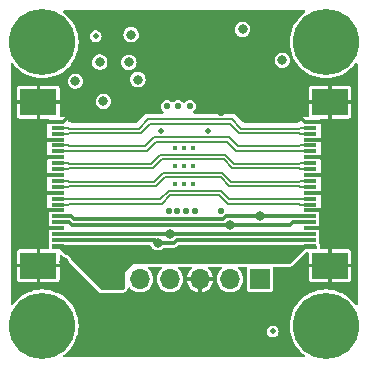
<source format=gbr>
%TF.GenerationSoftware,KiCad,Pcbnew,7.0.10*%
%TF.CreationDate,2024-03-24T13:51:37+01:00*%
%TF.ProjectId,CSI2-SPY-22-1A,43534932-2d53-4505-992d-32322d31412e,rev?*%
%TF.SameCoordinates,Original*%
%TF.FileFunction,Copper,L1,Top*%
%TF.FilePolarity,Positive*%
%FSLAX46Y46*%
G04 Gerber Fmt 4.6, Leading zero omitted, Abs format (unit mm)*
G04 Created by KiCad (PCBNEW 7.0.10) date 2024-03-24 13:51:37*
%MOMM*%
%LPD*%
G01*
G04 APERTURE LIST*
%TA.AperFunction,SMDPad,CuDef*%
%ADD10R,1.100000X0.300000*%
%TD*%
%TA.AperFunction,SMDPad,CuDef*%
%ADD11R,3.100000X2.300000*%
%TD*%
%TA.AperFunction,SMDPad,CuDef*%
%ADD12C,0.500000*%
%TD*%
%TA.AperFunction,ComponentPad*%
%ADD13R,1.700000X1.700000*%
%TD*%
%TA.AperFunction,ComponentPad*%
%ADD14O,1.700000X1.700000*%
%TD*%
%TA.AperFunction,ComponentPad*%
%ADD15C,5.600000*%
%TD*%
%TA.AperFunction,ViaPad*%
%ADD16C,0.800000*%
%TD*%
%TA.AperFunction,ViaPad*%
%ADD17C,0.450000*%
%TD*%
%TA.AperFunction,ViaPad*%
%ADD18C,0.550000*%
%TD*%
%TA.AperFunction,ViaPad*%
%ADD19C,0.500000*%
%TD*%
%TA.AperFunction,Conductor*%
%ADD20C,0.300000*%
%TD*%
%TA.AperFunction,Conductor*%
%ADD21C,0.190000*%
%TD*%
G04 APERTURE END LIST*
D10*
%TO.P,J2,1,Pin_1*%
%TO.N,GND*%
X25650000Y-9750000D03*
%TO.P,J2,2,Pin_2*%
%TO.N,/C0D0_N*%
X25650000Y-10250000D03*
%TO.P,J2,3,Pin_3*%
%TO.N,/C0D0_P*%
X25650000Y-10750000D03*
%TO.P,J2,4,Pin_4*%
%TO.N,GND*%
X25650000Y-11250000D03*
%TO.P,J2,5,Pin_5*%
%TO.N,/C0D1_N*%
X25650000Y-11750000D03*
%TO.P,J2,6,Pin_6*%
%TO.N,/C0D1_P*%
X25650000Y-12250000D03*
%TO.P,J2,7,Pin_7*%
%TO.N,GND*%
X25650000Y-12750000D03*
%TO.P,J2,8,Pin_8*%
%TO.N,/C0CK_N*%
X25650000Y-13250000D03*
%TO.P,J2,9,Pin_9*%
%TO.N,/C0CK_P*%
X25650000Y-13750000D03*
%TO.P,J2,10,Pin_10*%
%TO.N,GND*%
X25650000Y-14250000D03*
%TO.P,J2,11,Pin_11*%
%TO.N,/C0D2_N*%
X25650000Y-14750000D03*
%TO.P,J2,12,Pin_12*%
%TO.N,/C0D2_P*%
X25650000Y-15250000D03*
%TO.P,J2,13,Pin_13*%
%TO.N,GND*%
X25650000Y-15750000D03*
%TO.P,J2,14,Pin_14*%
%TO.N,/C0D3_N*%
X25650000Y-16250000D03*
%TO.P,J2,15,Pin_15*%
%TO.N,/C0D3_P*%
X25650000Y-16750000D03*
%TO.P,J2,16,Pin_16*%
%TO.N,GND*%
X25650000Y-17250000D03*
%TO.P,J2,17,Pin_17*%
%TO.N,/IO0*%
X25650000Y-17750000D03*
%TO.P,J2,18,Pin_18*%
%TO.N,/IO1*%
X25650000Y-18250000D03*
%TO.P,J2,19,Pin_19*%
%TO.N,GND*%
X25650000Y-18750000D03*
%TO.P,J2,20,Pin_20*%
%TO.N,/SCL*%
X25650000Y-19250000D03*
%TO.P,J2,21,Pin_21*%
%TO.N,/SDA*%
X25650000Y-19750000D03*
%TO.P,J2,22,Pin_22*%
%TO.N,/VDD33*%
X25650000Y-20250000D03*
D11*
%TO.P,J2,MP,MountPin*%
%TO.N,GND*%
X27350000Y-21920000D03*
X27350000Y-8080000D03*
%TD*%
D12*
%TO.P,FID1,*%
%TO.N,*%
X22500000Y-27500000D03*
%TD*%
D13*
%TO.P,J3,1,Pin_1*%
%TO.N,/IO0*%
X21425000Y-23075000D03*
D14*
%TO.P,J3,2,Pin_2*%
%TO.N,/IO1*%
X18885000Y-23075000D03*
%TO.P,J3,3,Pin_3*%
%TO.N,GND*%
X16345000Y-23075000D03*
%TO.P,J3,4,Pin_4*%
%TO.N,/SCL*%
X13805000Y-23075000D03*
%TO.P,J3,5,Pin_5*%
%TO.N,/SDA*%
X11265000Y-23075000D03*
%TO.P,J3,6,Pin_6*%
%TO.N,/VDD33*%
X8725000Y-23075000D03*
%TD*%
D15*
%TO.P,H2,1,1*%
%TO.N,unconnected-(H2-Pad1)*%
X3000000Y-27000000D03*
%TD*%
D12*
%TO.P,FID2,*%
%TO.N,*%
X7500000Y-2500000D03*
%TD*%
D15*
%TO.P,H1,1,1*%
%TO.N,unconnected-(H1-Pad1)*%
X3000000Y-3000000D03*
%TD*%
%TO.P,H3,1,1*%
%TO.N,unconnected-(H3-Pad1)*%
X27000000Y-27000000D03*
%TD*%
D10*
%TO.P,J1,1,Pin_1*%
%TO.N,GND*%
X4350000Y-9750000D03*
%TO.P,J1,2,Pin_2*%
%TO.N,/C0D0_N*%
X4350000Y-10250000D03*
%TO.P,J1,3,Pin_3*%
%TO.N,/C0D0_P*%
X4350000Y-10750000D03*
%TO.P,J1,4,Pin_4*%
%TO.N,GND*%
X4350000Y-11250000D03*
%TO.P,J1,5,Pin_5*%
%TO.N,/C0D1_N*%
X4350000Y-11750000D03*
%TO.P,J1,6,Pin_6*%
%TO.N,/C0D1_P*%
X4350000Y-12250000D03*
%TO.P,J1,7,Pin_7*%
%TO.N,GND*%
X4350000Y-12750000D03*
%TO.P,J1,8,Pin_8*%
%TO.N,/C0CK_N*%
X4350000Y-13250000D03*
%TO.P,J1,9,Pin_9*%
%TO.N,/C0CK_P*%
X4350000Y-13750000D03*
%TO.P,J1,10,Pin_10*%
%TO.N,GND*%
X4350000Y-14250000D03*
%TO.P,J1,11,Pin_11*%
%TO.N,/C0D2_N*%
X4350000Y-14750000D03*
%TO.P,J1,12,Pin_12*%
%TO.N,/C0D2_P*%
X4350000Y-15250000D03*
%TO.P,J1,13,Pin_13*%
%TO.N,GND*%
X4350000Y-15750000D03*
%TO.P,J1,14,Pin_14*%
%TO.N,/C0D3_N*%
X4350000Y-16250000D03*
%TO.P,J1,15,Pin_15*%
%TO.N,/C0D3_P*%
X4350000Y-16750000D03*
%TO.P,J1,16,Pin_16*%
%TO.N,GND*%
X4350000Y-17250000D03*
%TO.P,J1,17,Pin_17*%
%TO.N,/IO0*%
X4350000Y-17750000D03*
%TO.P,J1,18,Pin_18*%
%TO.N,/IO1*%
X4350000Y-18250000D03*
%TO.P,J1,19,Pin_19*%
%TO.N,GND*%
X4350000Y-18750000D03*
%TO.P,J1,20,Pin_20*%
%TO.N,/SCL*%
X4350000Y-19250000D03*
%TO.P,J1,21,Pin_21*%
%TO.N,/SDA*%
X4350000Y-19750000D03*
%TO.P,J1,22,Pin_22*%
%TO.N,/VDD33*%
X4350000Y-20250000D03*
D11*
%TO.P,J1,MP,MountPin*%
%TO.N,GND*%
X2650000Y-8080000D03*
X2650000Y-21920000D03*
%TD*%
D15*
%TO.P,H4,1,1*%
%TO.N,unconnected-(H4-Pad1)*%
X27000000Y-3000000D03*
%TD*%
D16*
%TO.N,GND*%
X16740000Y-950000D03*
X3000000Y-12750000D03*
X16750000Y-4350000D03*
X27000000Y-11250000D03*
D17*
X15000000Y-12000000D03*
D18*
X18100000Y-8300000D03*
D17*
X15750000Y-12000000D03*
D16*
X6930000Y-24170000D03*
D18*
X11850000Y-8775000D03*
D16*
X22125000Y-1075000D03*
X13550000Y-26130000D03*
X27000000Y-17250000D03*
X22500000Y-9250000D03*
D17*
X14250000Y-12000000D03*
D16*
X19970000Y-28810000D03*
X9070000Y-950000D03*
D17*
X15000000Y-15000000D03*
X14250000Y-13500000D03*
D16*
X12130000Y-950000D03*
X29250000Y-6000000D03*
X3000000Y-14250000D03*
X4840000Y-21650000D03*
X27000000Y-10000000D03*
X3000000Y-15750000D03*
X7060000Y-28810000D03*
D18*
X18107727Y-17332727D03*
D16*
X19970000Y-26050000D03*
D19*
X13000000Y-10550000D03*
D16*
X9500000Y-9250000D03*
X11270000Y-28810000D03*
X3000000Y-11250000D03*
D18*
X12625000Y-8650000D03*
D16*
X3000000Y-18750000D03*
X25100000Y-22800000D03*
X23650000Y-28810000D03*
X3000000Y-17250000D03*
X3000000Y-10000000D03*
X15610000Y-28810000D03*
D19*
X17000000Y-10550000D03*
D16*
X27000000Y-15750000D03*
X26950000Y-20060000D03*
X27000000Y-18750000D03*
D18*
X18100000Y-9025000D03*
D16*
X24750000Y-9250000D03*
X29250000Y-23750000D03*
D17*
X15750000Y-13500000D03*
X15000000Y-13500000D03*
D16*
X5830000Y-950000D03*
X27000000Y-14250000D03*
X750000Y-6000000D03*
X27000000Y-12750000D03*
X20500000Y-9250000D03*
D17*
X14250000Y-15000000D03*
D16*
X5250000Y-9250000D03*
D17*
X15750000Y-15000000D03*
D16*
X750000Y-23750000D03*
%TO.N,/IO0*%
X23310000Y-4540000D03*
X21425000Y-17750000D03*
%TO.N,/IO1*%
X18885000Y-18500000D03*
%TO.N,/SCL*%
X13805000Y-19250000D03*
X7850000Y-4700000D03*
%TO.N,/SDA*%
X12750000Y-20000000D03*
X5790000Y-6310000D03*
%TO.N,/VDD33*%
X23350000Y-21340000D03*
X24090000Y-21040000D03*
X19950000Y-1930000D03*
%TO.N,VCC*%
X8170000Y-8010000D03*
D18*
X15925000Y-17300000D03*
D16*
X10500000Y-2370000D03*
D18*
%TO.N,VDD*%
X13550000Y-8425000D03*
X15175000Y-17300000D03*
%TO.N,EQ{slash}SCL*%
X14425000Y-17300000D03*
D16*
X11080000Y-6170000D03*
%TO.N,ERC{slash}SDA*%
X10325000Y-4725000D03*
D18*
X13675000Y-17300000D03*
%TO.N,PRE{slash}CFG1*%
X14475000Y-8425000D03*
%TO.N,VSADJ{slash}CFG0*%
X15475000Y-8425000D03*
%TD*%
D20*
%TO.N,GND*%
X25650000Y-9750000D02*
X25250000Y-9750000D01*
X25650000Y-14250000D02*
X27000000Y-14250000D01*
X4350000Y-11250000D02*
X3000000Y-11250000D01*
X25650000Y-12750000D02*
X27000000Y-12750000D01*
X3250000Y-9750000D02*
X3000000Y-10000000D01*
X4750000Y-9750000D02*
X5250000Y-9250000D01*
X4350000Y-18750000D02*
X3000000Y-18750000D01*
X25650000Y-15750000D02*
X27000000Y-15750000D01*
X4350000Y-9750000D02*
X4750000Y-9750000D01*
X4350000Y-15750000D02*
X3000000Y-15750000D01*
X25650000Y-9750000D02*
X26750000Y-9750000D01*
X25650000Y-17250000D02*
X27000000Y-17250000D01*
X25650000Y-18750000D02*
X27000000Y-18750000D01*
X4350000Y-17250000D02*
X3000000Y-17250000D01*
X26750000Y-9750000D02*
X27000000Y-10000000D01*
X25250000Y-9750000D02*
X24750000Y-9250000D01*
X4350000Y-14250000D02*
X3000000Y-14250000D01*
X4350000Y-12750000D02*
X3000000Y-12750000D01*
X4350000Y-9750000D02*
X3250000Y-9750000D01*
X25650000Y-11250000D02*
X27000000Y-11250000D01*
D21*
%TO.N,/C0D0_N*%
X19073260Y-9550000D02*
X19838260Y-10315000D01*
X11950000Y-9550000D02*
X19073260Y-9550000D01*
X11185000Y-10315000D02*
X11950000Y-9550000D01*
X19838260Y-10315000D02*
X24759999Y-10315000D01*
X4350000Y-10250000D02*
X5175001Y-10250000D01*
X5240001Y-10315000D02*
X11185000Y-10315000D01*
X24759999Y-10315000D02*
X24824999Y-10250000D01*
X5175001Y-10250000D02*
X5240001Y-10315000D01*
X24824999Y-10250000D02*
X25650000Y-10250000D01*
%TO.N,/C0D0_P*%
X5240001Y-10685000D02*
X11338260Y-10685000D01*
X18920000Y-9920000D02*
X19685001Y-10685000D01*
X12103260Y-9920000D02*
X18920000Y-9920000D01*
X24824999Y-10750000D02*
X25650000Y-10750000D01*
X5175001Y-10750000D02*
X5240001Y-10685000D01*
X19685001Y-10685000D02*
X24759999Y-10685000D01*
X24759999Y-10685000D02*
X24824999Y-10750000D01*
X4350000Y-10750000D02*
X5175001Y-10750000D01*
X11338260Y-10685000D02*
X12103260Y-9920000D01*
%TO.N,/C0D1_N*%
X19563260Y-11815000D02*
X18813259Y-11065000D01*
X11685000Y-11815000D02*
X5240001Y-11815000D01*
X12435000Y-11065000D02*
X11685000Y-11815000D01*
X24759999Y-11815000D02*
X19563260Y-11815000D01*
X5175001Y-11750000D02*
X4350000Y-11750000D01*
X24824999Y-11750000D02*
X24759999Y-11815000D01*
X5240001Y-11815000D02*
X5175001Y-11750000D01*
X25650000Y-11750000D02*
X24824999Y-11750000D01*
X18813259Y-11065000D02*
X12435000Y-11065000D01*
%TO.N,/C0D1_P*%
X24759999Y-12185000D02*
X19410000Y-12185000D01*
X11838259Y-12185000D02*
X5240001Y-12185000D01*
X5240001Y-12185000D02*
X5175001Y-12250000D01*
X19410000Y-12185000D02*
X18660000Y-11435000D01*
X25650000Y-12250000D02*
X24824999Y-12250000D01*
X18660000Y-11435000D02*
X12588260Y-11435000D01*
X5175001Y-12250000D02*
X4350000Y-12250000D01*
X24824999Y-12250000D02*
X24759999Y-12185000D01*
X12588260Y-11435000D02*
X11838259Y-12185000D01*
%TO.N,/C0CK_N*%
X25650000Y-13250000D02*
X24824999Y-13250000D01*
X24759999Y-13315000D02*
X19238260Y-13315000D01*
X5240001Y-13315000D02*
X5175001Y-13250000D01*
X12935000Y-12565000D02*
X12185000Y-13315000D01*
X18488260Y-12565000D02*
X12935000Y-12565000D01*
X5175001Y-13250000D02*
X4350000Y-13250000D01*
X12185000Y-13315000D02*
X5240001Y-13315000D01*
X19238260Y-13315000D02*
X18488260Y-12565000D01*
X24824999Y-13250000D02*
X24759999Y-13315000D01*
%TO.N,/C0CK_P*%
X12338259Y-13685000D02*
X5240001Y-13685000D01*
X25650000Y-13750000D02*
X24824999Y-13750000D01*
X5240001Y-13685000D02*
X5175001Y-13750000D01*
X5175001Y-13750000D02*
X4350000Y-13750000D01*
X24759999Y-13685000D02*
X19085000Y-13685000D01*
X18335000Y-12935000D02*
X13088260Y-12935000D01*
X19085000Y-13685000D02*
X18335000Y-12935000D01*
X13088260Y-12935000D02*
X12338259Y-13685000D01*
X24824999Y-13750000D02*
X24759999Y-13685000D01*
%TO.N,/C0D2_N*%
X13185000Y-14065000D02*
X12435000Y-14815000D01*
X5240001Y-14815000D02*
X5175001Y-14750000D01*
X18236222Y-14065000D02*
X13185000Y-14065000D01*
X12435000Y-14815000D02*
X5240001Y-14815000D01*
X5175001Y-14750000D02*
X4350000Y-14750000D01*
X24759999Y-14815000D02*
X18986222Y-14815000D01*
X25650000Y-14750000D02*
X24824999Y-14750000D01*
X18986222Y-14815000D02*
X18236222Y-14065000D01*
X24824999Y-14750000D02*
X24759999Y-14815000D01*
%TO.N,/C0D2_P*%
X24759999Y-15185000D02*
X18832962Y-15185000D01*
X12588259Y-15185000D02*
X5240001Y-15185000D01*
X5175001Y-15250000D02*
X4350000Y-15250000D01*
X25650000Y-15250000D02*
X24824999Y-15250000D01*
X13338260Y-14435000D02*
X12588259Y-15185000D01*
X5240001Y-15185000D02*
X5175001Y-15250000D01*
X18082962Y-14435000D02*
X13338260Y-14435000D01*
X18832962Y-15185000D02*
X18082962Y-14435000D01*
X24824999Y-15250000D02*
X24759999Y-15185000D01*
%TO.N,/C0D3_N*%
X24824999Y-16250000D02*
X24759999Y-16315000D01*
X13685000Y-15565000D02*
X12935000Y-16315000D01*
X5240001Y-16315000D02*
X5175001Y-16250000D01*
X18826630Y-16315000D02*
X18076630Y-15565000D01*
X5175001Y-16250000D02*
X4350000Y-16250000D01*
X25650000Y-16250000D02*
X24824999Y-16250000D01*
X18076630Y-15565000D02*
X13685000Y-15565000D01*
X12935000Y-16315000D02*
X5240001Y-16315000D01*
X24759999Y-16315000D02*
X18826630Y-16315000D01*
%TO.N,/C0D3_P*%
X17923370Y-15935000D02*
X13838260Y-15935000D01*
X5240001Y-16685000D02*
X5175001Y-16750000D01*
X24824999Y-16750000D02*
X24759999Y-16685000D01*
X13088259Y-16685000D02*
X5240001Y-16685000D01*
X18673370Y-16685000D02*
X17923370Y-15935000D01*
X13838260Y-15935000D02*
X13088259Y-16685000D01*
X25650000Y-16750000D02*
X24824999Y-16750000D01*
X5175001Y-16750000D02*
X4350000Y-16750000D01*
X24759999Y-16685000D02*
X18673370Y-16685000D01*
D20*
%TO.N,/IO0*%
X5457106Y-17750000D02*
X5707106Y-18000000D01*
X4350000Y-17750000D02*
X5457106Y-17750000D01*
X5707106Y-18000000D02*
X18324339Y-18000000D01*
X18574339Y-17750000D02*
X25650000Y-17750000D01*
X18324339Y-18000000D02*
X18574339Y-17750000D01*
%TO.N,/IO1*%
X18885000Y-18500000D02*
X24000000Y-18500000D01*
X24250000Y-18250000D02*
X25650000Y-18250000D01*
X5500000Y-18500000D02*
X18885000Y-18500000D01*
X24000000Y-18500000D02*
X24250000Y-18250000D01*
X4350000Y-18250000D02*
X5250000Y-18250000D01*
X5250000Y-18250000D02*
X5500000Y-18500000D01*
%TO.N,/SCL*%
X4350000Y-19250000D02*
X13750000Y-19250000D01*
X13750000Y-19250000D02*
X25650000Y-19250000D01*
%TO.N,/SDA*%
X12750000Y-20000000D02*
X14115661Y-20000000D01*
X14115661Y-20000000D02*
X14365661Y-19750000D01*
X14365661Y-19750000D02*
X25650000Y-19750000D01*
X12500000Y-19750000D02*
X12750000Y-20000000D01*
X4350000Y-19750000D02*
X12500000Y-19750000D01*
%TO.N,/VDD33*%
X24700000Y-20750000D02*
X25200000Y-20250000D01*
X24170000Y-20860000D02*
X24280000Y-20750000D01*
X5250000Y-20750000D02*
X24060000Y-20750000D01*
X25200000Y-20250000D02*
X25650000Y-20250000D01*
X24060000Y-20750000D02*
X24170000Y-20860000D01*
X4750000Y-20250000D02*
X5250000Y-20750000D01*
X4350000Y-20250000D02*
X4750000Y-20250000D01*
X24280000Y-20750000D02*
X24700000Y-20750000D01*
%TD*%
%TA.AperFunction,Conductor*%
%TO.N,GND*%
G36*
X25211023Y-320185D02*
G01*
X25256778Y-372989D01*
X25266722Y-442147D01*
X25237697Y-505703D01*
X25215739Y-525630D01*
X25095040Y-611269D01*
X24839573Y-839570D01*
X24839570Y-839573D01*
X24611269Y-1095040D01*
X24412998Y-1374478D01*
X24247263Y-1674353D01*
X24116146Y-1990899D01*
X24021297Y-2320124D01*
X24021295Y-2320133D01*
X23963905Y-2657906D01*
X23963903Y-2657918D01*
X23944693Y-3000000D01*
X23963903Y-3342081D01*
X23963904Y-3342086D01*
X24021296Y-3679870D01*
X24116147Y-4009104D01*
X24209914Y-4235477D01*
X24247263Y-4325646D01*
X24412998Y-4625521D01*
X24611269Y-4904959D01*
X24839570Y-5160426D01*
X24839573Y-5160429D01*
X25095040Y-5388730D01*
X25095046Y-5388734D01*
X25095047Y-5388735D01*
X25374479Y-5587002D01*
X25674352Y-5752736D01*
X25990896Y-5883853D01*
X26320130Y-5978704D01*
X26657914Y-6036096D01*
X27000000Y-6055307D01*
X27342086Y-6036096D01*
X27679870Y-5978704D01*
X28009104Y-5883853D01*
X28325648Y-5752736D01*
X28625521Y-5587002D01*
X28904953Y-5388735D01*
X29160428Y-5160428D01*
X29388735Y-4904953D01*
X29474370Y-4784260D01*
X29529218Y-4740977D01*
X29598760Y-4734217D01*
X29660917Y-4766128D01*
X29695955Y-4826577D01*
X29699500Y-4856016D01*
X29699500Y-25143983D01*
X29679815Y-25211022D01*
X29627011Y-25256777D01*
X29557853Y-25266721D01*
X29494297Y-25237696D01*
X29474371Y-25215739D01*
X29388731Y-25095042D01*
X29160429Y-24839573D01*
X29160426Y-24839570D01*
X28904959Y-24611269D01*
X28625521Y-24412998D01*
X28325646Y-24247263D01*
X28260087Y-24220108D01*
X28009104Y-24116147D01*
X27924479Y-24091766D01*
X27679875Y-24021297D01*
X27679866Y-24021295D01*
X27342093Y-23963905D01*
X27342081Y-23963903D01*
X27000000Y-23944693D01*
X26657918Y-23963903D01*
X26657906Y-23963905D01*
X26320133Y-24021295D01*
X26320124Y-24021297D01*
X25990899Y-24116146D01*
X25990896Y-24116147D01*
X25898184Y-24154549D01*
X25674353Y-24247263D01*
X25374478Y-24412998D01*
X25095040Y-24611269D01*
X24839573Y-24839570D01*
X24839570Y-24839573D01*
X24611269Y-25095040D01*
X24412998Y-25374478D01*
X24247263Y-25674353D01*
X24116146Y-25990899D01*
X24021297Y-26320124D01*
X24021295Y-26320133D01*
X23963905Y-26657906D01*
X23963903Y-26657918D01*
X23944693Y-27000000D01*
X23963903Y-27342081D01*
X23963905Y-27342093D01*
X23993626Y-27517020D01*
X24021296Y-27679870D01*
X24116147Y-28009104D01*
X24188764Y-28184416D01*
X24247263Y-28325646D01*
X24412998Y-28625521D01*
X24611269Y-28904959D01*
X24839570Y-29160426D01*
X24839573Y-29160429D01*
X25095040Y-29388730D01*
X25215739Y-29474370D01*
X25259023Y-29529218D01*
X25265783Y-29598760D01*
X25233872Y-29660917D01*
X25173423Y-29695955D01*
X25143984Y-29699500D01*
X4856016Y-29699500D01*
X4788977Y-29679815D01*
X4743222Y-29627011D01*
X4733278Y-29557853D01*
X4762303Y-29494297D01*
X4784261Y-29474370D01*
X4904953Y-29388735D01*
X4962836Y-29337008D01*
X4985414Y-29316829D01*
X5160428Y-29160428D01*
X5388735Y-28904953D01*
X5587002Y-28625521D01*
X5752736Y-28325648D01*
X5883853Y-28009104D01*
X5978704Y-27679870D01*
X6009265Y-27500000D01*
X21994353Y-27500000D01*
X22014834Y-27642456D01*
X22031919Y-27679866D01*
X22074623Y-27773373D01*
X22168872Y-27882143D01*
X22289947Y-27959953D01*
X22289950Y-27959954D01*
X22289949Y-27959954D01*
X22428036Y-28000499D01*
X22428038Y-28000500D01*
X22428039Y-28000500D01*
X22571962Y-28000500D01*
X22571962Y-28000499D01*
X22710053Y-27959953D01*
X22831128Y-27882143D01*
X22925377Y-27773373D01*
X22985165Y-27642457D01*
X23005647Y-27500000D01*
X22985165Y-27357543D01*
X22925377Y-27226627D01*
X22831128Y-27117857D01*
X22710053Y-27040047D01*
X22710051Y-27040046D01*
X22710049Y-27040045D01*
X22710050Y-27040045D01*
X22571963Y-26999500D01*
X22571961Y-26999500D01*
X22428039Y-26999500D01*
X22428036Y-26999500D01*
X22289949Y-27040045D01*
X22168873Y-27117856D01*
X22074623Y-27226626D01*
X22074622Y-27226628D01*
X22014834Y-27357543D01*
X21994353Y-27500000D01*
X6009265Y-27500000D01*
X6036096Y-27342086D01*
X6055307Y-27000000D01*
X6036096Y-26657914D01*
X5978704Y-26320130D01*
X5883853Y-25990896D01*
X5752736Y-25674352D01*
X5587002Y-25374479D01*
X5388735Y-25095047D01*
X5388731Y-25095042D01*
X5388730Y-25095040D01*
X5160429Y-24839573D01*
X5160426Y-24839570D01*
X4904959Y-24611269D01*
X4625521Y-24412998D01*
X4325646Y-24247263D01*
X4260087Y-24220108D01*
X4009104Y-24116147D01*
X3924479Y-24091766D01*
X3679875Y-24021297D01*
X3679866Y-24021295D01*
X3342093Y-23963905D01*
X3342081Y-23963903D01*
X3000000Y-23944693D01*
X2657918Y-23963903D01*
X2657906Y-23963905D01*
X2320133Y-24021295D01*
X2320124Y-24021297D01*
X1990899Y-24116146D01*
X1990896Y-24116147D01*
X1898184Y-24154549D01*
X1674353Y-24247263D01*
X1374478Y-24412998D01*
X1095040Y-24611269D01*
X839573Y-24839570D01*
X839570Y-24839573D01*
X611268Y-25095042D01*
X525629Y-25215739D01*
X470781Y-25259022D01*
X401240Y-25265782D01*
X339083Y-25233871D01*
X304045Y-25173422D01*
X300500Y-25143983D01*
X300500Y-22070000D01*
X850000Y-22070000D01*
X850000Y-23094628D01*
X864503Y-23167540D01*
X864505Y-23167544D01*
X919760Y-23250239D01*
X1002455Y-23305494D01*
X1002459Y-23305496D01*
X1075371Y-23319999D01*
X1075374Y-23320000D01*
X2500000Y-23320000D01*
X2500000Y-22070000D01*
X2800000Y-22070000D01*
X2800000Y-23320000D01*
X4224626Y-23320000D01*
X4224628Y-23319999D01*
X4297540Y-23305496D01*
X4297544Y-23305494D01*
X4380239Y-23250239D01*
X4435494Y-23167544D01*
X4435496Y-23167540D01*
X4449999Y-23094628D01*
X4450000Y-23094626D01*
X4450000Y-22070000D01*
X2800000Y-22070000D01*
X2500000Y-22070000D01*
X850000Y-22070000D01*
X300500Y-22070000D01*
X300500Y-21770000D01*
X850000Y-21770000D01*
X2500000Y-21770000D01*
X2800000Y-21770000D01*
X4450000Y-21770000D01*
X4450000Y-21110694D01*
X4469685Y-21043655D01*
X4522489Y-20997900D01*
X4591647Y-20987956D01*
X4655203Y-21016981D01*
X4661681Y-21023013D01*
X4820725Y-21182057D01*
X4875874Y-21223935D01*
X4933878Y-21256650D01*
X4954916Y-21264994D01*
X4966802Y-21270452D01*
X5052701Y-21315536D01*
X5077296Y-21332512D01*
X5126565Y-21376159D01*
X5146385Y-21398532D01*
X5183770Y-21452693D01*
X5197662Y-21479161D01*
X5217551Y-21531605D01*
X5241884Y-21579719D01*
X5270147Y-21623432D01*
X5300088Y-21660482D01*
X5304040Y-21665372D01*
X7783015Y-24144347D01*
X7803365Y-24162626D01*
X7803371Y-24162631D01*
X7803379Y-24162638D01*
X7824000Y-24179255D01*
X7824002Y-24179256D01*
X7824007Y-24179260D01*
X7912338Y-24225465D01*
X7979377Y-24245150D01*
X7979381Y-24245150D01*
X7979383Y-24245151D01*
X7991014Y-24246823D01*
X8051362Y-24255500D01*
X8051363Y-24255500D01*
X9698639Y-24255500D01*
X9700075Y-24255422D01*
X9725952Y-24254036D01*
X9752310Y-24251202D01*
X9847444Y-24221413D01*
X9908767Y-24187928D01*
X9966985Y-24144347D01*
X10144347Y-23966985D01*
X10162626Y-23946635D01*
X10179260Y-23925993D01*
X10225465Y-23837662D01*
X10225468Y-23837649D01*
X10225854Y-23836697D01*
X10226193Y-23836267D01*
X10228288Y-23832264D01*
X10229047Y-23832661D01*
X10269206Y-23781903D01*
X10335299Y-23759245D01*
X10403151Y-23775916D01*
X10439791Y-23808396D01*
X10448236Y-23819579D01*
X10448236Y-23819580D01*
X10598958Y-23956980D01*
X10598960Y-23956982D01*
X10698141Y-24018392D01*
X10772363Y-24064348D01*
X10962544Y-24138024D01*
X11163024Y-24175500D01*
X11163026Y-24175500D01*
X11366974Y-24175500D01*
X11366976Y-24175500D01*
X11567456Y-24138024D01*
X11757637Y-24064348D01*
X11931041Y-23956981D01*
X12081764Y-23819579D01*
X12204673Y-23656821D01*
X12295582Y-23474250D01*
X12351397Y-23278083D01*
X12370215Y-23075000D01*
X12351397Y-22871917D01*
X12295582Y-22675750D01*
X12204673Y-22493179D01*
X12081764Y-22330421D01*
X11961884Y-22221136D01*
X11925603Y-22161426D01*
X11927364Y-22091579D01*
X11966607Y-22033771D01*
X12030874Y-22006356D01*
X12045423Y-22005500D01*
X13024577Y-22005500D01*
X13091616Y-22025185D01*
X13137371Y-22077989D01*
X13147315Y-22147147D01*
X13118290Y-22210703D01*
X13108115Y-22221137D01*
X12988237Y-22330419D01*
X12865327Y-22493178D01*
X12774422Y-22675739D01*
X12774417Y-22675752D01*
X12718602Y-22871917D01*
X12699785Y-23074999D01*
X12699785Y-23075000D01*
X12718602Y-23278082D01*
X12774417Y-23474247D01*
X12774422Y-23474260D01*
X12865327Y-23656821D01*
X12988237Y-23819581D01*
X13138958Y-23956980D01*
X13138960Y-23956982D01*
X13238141Y-24018392D01*
X13312363Y-24064348D01*
X13502544Y-24138024D01*
X13703024Y-24175500D01*
X13703026Y-24175500D01*
X13906974Y-24175500D01*
X13906976Y-24175500D01*
X14107456Y-24138024D01*
X14297637Y-24064348D01*
X14471041Y-23956981D01*
X14621764Y-23819579D01*
X14744673Y-23656821D01*
X14835582Y-23474250D01*
X14891397Y-23278083D01*
X14910215Y-23075000D01*
X14891397Y-22871917D01*
X14835582Y-22675750D01*
X14744673Y-22493179D01*
X14621764Y-22330421D01*
X14501884Y-22221136D01*
X14465603Y-22161426D01*
X14467364Y-22091579D01*
X14506607Y-22033771D01*
X14570874Y-22006356D01*
X14585423Y-22005500D01*
X15565319Y-22005500D01*
X15632358Y-22025185D01*
X15678113Y-22077989D01*
X15688057Y-22147147D01*
X15659032Y-22210703D01*
X15648857Y-22221137D01*
X15528608Y-22330757D01*
X15405754Y-22493443D01*
X15314886Y-22675930D01*
X15314883Y-22675936D01*
X15259097Y-22872008D01*
X15254186Y-22924999D01*
X15254187Y-22925000D01*
X15867935Y-22925000D01*
X15845000Y-23003111D01*
X15845000Y-23146889D01*
X15867935Y-23225000D01*
X15254187Y-23225000D01*
X15259097Y-23277991D01*
X15314883Y-23474063D01*
X15314886Y-23474069D01*
X15405754Y-23656556D01*
X15528608Y-23819242D01*
X15679260Y-23956578D01*
X15852584Y-24063897D01*
X16042678Y-24137539D01*
X16195000Y-24166013D01*
X16195000Y-23556170D01*
X16202685Y-23559680D01*
X16309237Y-23575000D01*
X16380763Y-23575000D01*
X16487315Y-23559680D01*
X16495000Y-23556170D01*
X16495000Y-24166013D01*
X16647321Y-24137539D01*
X16837415Y-24063897D01*
X17010739Y-23956578D01*
X17161391Y-23819242D01*
X17284245Y-23656556D01*
X17375113Y-23474069D01*
X17375116Y-23474063D01*
X17430902Y-23277991D01*
X17435813Y-23225000D01*
X16822065Y-23225000D01*
X16845000Y-23146889D01*
X16845000Y-23003111D01*
X16822065Y-22925000D01*
X17435813Y-22925000D01*
X17435813Y-22924999D01*
X17430902Y-22872008D01*
X17375116Y-22675936D01*
X17375113Y-22675930D01*
X17284245Y-22493443D01*
X17161391Y-22330757D01*
X17041143Y-22221137D01*
X17004861Y-22161426D01*
X17006622Y-22091578D01*
X17045865Y-22033771D01*
X17110132Y-22006356D01*
X17124681Y-22005500D01*
X18104577Y-22005500D01*
X18171616Y-22025185D01*
X18217371Y-22077989D01*
X18227315Y-22147147D01*
X18198290Y-22210703D01*
X18188115Y-22221137D01*
X18068237Y-22330419D01*
X17945327Y-22493178D01*
X17854422Y-22675739D01*
X17854417Y-22675752D01*
X17798602Y-22871917D01*
X17779785Y-23074999D01*
X17779785Y-23075000D01*
X17798602Y-23278082D01*
X17854417Y-23474247D01*
X17854422Y-23474260D01*
X17945327Y-23656821D01*
X18068237Y-23819581D01*
X18218958Y-23956980D01*
X18218960Y-23956982D01*
X18318141Y-24018392D01*
X18392363Y-24064348D01*
X18582544Y-24138024D01*
X18783024Y-24175500D01*
X18783026Y-24175500D01*
X18986974Y-24175500D01*
X18986976Y-24175500D01*
X19187456Y-24138024D01*
X19377637Y-24064348D01*
X19551041Y-23956981D01*
X19701764Y-23819579D01*
X19824673Y-23656821D01*
X19915582Y-23474250D01*
X19971397Y-23278083D01*
X19990215Y-23075000D01*
X19971397Y-22871917D01*
X19915582Y-22675750D01*
X19824673Y-22493179D01*
X19701764Y-22330421D01*
X19581884Y-22221136D01*
X19545603Y-22161426D01*
X19547364Y-22091579D01*
X19586607Y-22033771D01*
X19650874Y-22006356D01*
X19665423Y-22005500D01*
X20212159Y-22005500D01*
X20279198Y-22025185D01*
X20324953Y-22077989D01*
X20334897Y-22147147D01*
X20333776Y-22153692D01*
X20324500Y-22200323D01*
X20324500Y-23949678D01*
X20339032Y-24022735D01*
X20339033Y-24022739D01*
X20339034Y-24022740D01*
X20394399Y-24105601D01*
X20477260Y-24160966D01*
X20477264Y-24160967D01*
X20550321Y-24175499D01*
X20550324Y-24175500D01*
X20550326Y-24175500D01*
X22299676Y-24175500D01*
X22299677Y-24175499D01*
X22372740Y-24160966D01*
X22455601Y-24105601D01*
X22510966Y-24022740D01*
X22525500Y-23949674D01*
X22525500Y-22200326D01*
X22525500Y-22200323D01*
X22516224Y-22153692D01*
X22522451Y-22084101D01*
X22533405Y-22070000D01*
X25550000Y-22070000D01*
X25550000Y-23094628D01*
X25564503Y-23167540D01*
X25564505Y-23167544D01*
X25619760Y-23250239D01*
X25702455Y-23305494D01*
X25702459Y-23305496D01*
X25775371Y-23319999D01*
X25775374Y-23320000D01*
X27200000Y-23320000D01*
X27200000Y-22070000D01*
X27500000Y-22070000D01*
X27500000Y-23320000D01*
X28924626Y-23320000D01*
X28924628Y-23319999D01*
X28997540Y-23305496D01*
X28997544Y-23305494D01*
X29080239Y-23250239D01*
X29135494Y-23167544D01*
X29135496Y-23167540D01*
X29149999Y-23094628D01*
X29150000Y-23094626D01*
X29150000Y-22070000D01*
X27500000Y-22070000D01*
X27200000Y-22070000D01*
X25550000Y-22070000D01*
X22533405Y-22070000D01*
X22565313Y-22028923D01*
X22631203Y-22005678D01*
X22637841Y-22005500D01*
X23948639Y-22005500D01*
X23950075Y-22005422D01*
X23975952Y-22004036D01*
X24002310Y-22001202D01*
X24097444Y-21971413D01*
X24158767Y-21937928D01*
X24216985Y-21894347D01*
X25319512Y-20791818D01*
X25380835Y-20758334D01*
X25407193Y-20755500D01*
X25426000Y-20755500D01*
X25493039Y-20775185D01*
X25538794Y-20827989D01*
X25550000Y-20879500D01*
X25550000Y-21770000D01*
X27200000Y-21770000D01*
X27200000Y-20520000D01*
X27500000Y-20520000D01*
X27500000Y-21770000D01*
X29150000Y-21770000D01*
X29150000Y-20745373D01*
X29149999Y-20745371D01*
X29135496Y-20672459D01*
X29135494Y-20672455D01*
X29080239Y-20589760D01*
X28997544Y-20534505D01*
X28997540Y-20534503D01*
X28924627Y-20520000D01*
X27500000Y-20520000D01*
X27200000Y-20520000D01*
X26627900Y-20520000D01*
X26560861Y-20500315D01*
X26515106Y-20447511D01*
X26505459Y-20380435D01*
X26505184Y-20380416D01*
X26505274Y-20379151D01*
X26505161Y-20378362D01*
X26505499Y-20376007D01*
X26505500Y-20375998D01*
X26505500Y-20274500D01*
X26499661Y-20220187D01*
X26488455Y-20168676D01*
X26481219Y-20142302D01*
X26464426Y-20112812D01*
X26450563Y-20075645D01*
X26450500Y-20075326D01*
X26440328Y-20024188D01*
X26440328Y-19975810D01*
X26450500Y-19924674D01*
X26450500Y-19575326D01*
X26440328Y-19524188D01*
X26440328Y-19475810D01*
X26450500Y-19424674D01*
X26450500Y-19075326D01*
X26440073Y-19022906D01*
X26440073Y-18974524D01*
X26450000Y-18924623D01*
X26450000Y-18900000D01*
X26389183Y-18900000D01*
X26322144Y-18880315D01*
X26320294Y-18879103D01*
X26287586Y-18857249D01*
X26288409Y-18856016D01*
X26244610Y-18820722D01*
X26222544Y-18754429D01*
X26239822Y-18686729D01*
X26290958Y-18639117D01*
X26297486Y-18636135D01*
X26297738Y-18635966D01*
X26297740Y-18635966D01*
X26307952Y-18629142D01*
X26320294Y-18620897D01*
X26386972Y-18600020D01*
X26389183Y-18600000D01*
X26450000Y-18600000D01*
X26450000Y-18575376D01*
X26440073Y-18525475D01*
X26440073Y-18477091D01*
X26450500Y-18424674D01*
X26450500Y-18075326D01*
X26440328Y-18024188D01*
X26440328Y-17975810D01*
X26450500Y-17924674D01*
X26450500Y-17575326D01*
X26440073Y-17522906D01*
X26440073Y-17474524D01*
X26450000Y-17424623D01*
X26450000Y-17400000D01*
X26445877Y-17395877D01*
X26412392Y-17334554D01*
X26417376Y-17264862D01*
X26445875Y-17220516D01*
X26528050Y-17138342D01*
X26585646Y-17025304D01*
X26585646Y-17025302D01*
X26585647Y-17025301D01*
X26600499Y-16931524D01*
X26600500Y-16931519D01*
X26600499Y-16568482D01*
X26592725Y-16519396D01*
X26592725Y-16480605D01*
X26600500Y-16431519D01*
X26600499Y-16068482D01*
X26585646Y-15974696D01*
X26528050Y-15861658D01*
X26504072Y-15837680D01*
X26470588Y-15776360D01*
X26475572Y-15706668D01*
X26504072Y-15662319D01*
X26528050Y-15638342D01*
X26585646Y-15525304D01*
X26585646Y-15525302D01*
X26585647Y-15525301D01*
X26600499Y-15431524D01*
X26600500Y-15431519D01*
X26600499Y-15068482D01*
X26592725Y-15019396D01*
X26592725Y-14980605D01*
X26600500Y-14931519D01*
X26600499Y-14568482D01*
X26585646Y-14474696D01*
X26528050Y-14361658D01*
X26504072Y-14337680D01*
X26470588Y-14276360D01*
X26475572Y-14206668D01*
X26504072Y-14162319D01*
X26528050Y-14138342D01*
X26585646Y-14025304D01*
X26585646Y-14025302D01*
X26585647Y-14025301D01*
X26600499Y-13931524D01*
X26600500Y-13931519D01*
X26600499Y-13568482D01*
X26592725Y-13519396D01*
X26592725Y-13480605D01*
X26600500Y-13431519D01*
X26600499Y-13068482D01*
X26585646Y-12974696D01*
X26528050Y-12861658D01*
X26504072Y-12837680D01*
X26470588Y-12776360D01*
X26475572Y-12706668D01*
X26504072Y-12662319D01*
X26528050Y-12638342D01*
X26585646Y-12525304D01*
X26585646Y-12525302D01*
X26585647Y-12525301D01*
X26600499Y-12431524D01*
X26600500Y-12431519D01*
X26600499Y-12068482D01*
X26592725Y-12019396D01*
X26592725Y-11980605D01*
X26600500Y-11931519D01*
X26600499Y-11568482D01*
X26585646Y-11474696D01*
X26528050Y-11361658D01*
X26504072Y-11337680D01*
X26470588Y-11276360D01*
X26475572Y-11206668D01*
X26504072Y-11162319D01*
X26528050Y-11138342D01*
X26585646Y-11025304D01*
X26585646Y-11025302D01*
X26585647Y-11025301D01*
X26600499Y-10931524D01*
X26600500Y-10931519D01*
X26600499Y-10568482D01*
X26592725Y-10519396D01*
X26592725Y-10480605D01*
X26600500Y-10431519D01*
X26600499Y-10068482D01*
X26585646Y-9974696D01*
X26528050Y-9861658D01*
X26528046Y-9861654D01*
X26528045Y-9861652D01*
X26445877Y-9779484D01*
X26412392Y-9718161D01*
X26417376Y-9648469D01*
X26445878Y-9604121D01*
X26451663Y-9598335D01*
X26469685Y-9536961D01*
X26522489Y-9491206D01*
X26574000Y-9480000D01*
X27200000Y-9480000D01*
X27200000Y-8230000D01*
X27500000Y-8230000D01*
X27500000Y-9480000D01*
X28924626Y-9480000D01*
X28924628Y-9479999D01*
X28997540Y-9465496D01*
X28997544Y-9465494D01*
X29080239Y-9410239D01*
X29135494Y-9327544D01*
X29135496Y-9327540D01*
X29149999Y-9254628D01*
X29150000Y-9254626D01*
X29150000Y-8230000D01*
X27500000Y-8230000D01*
X27200000Y-8230000D01*
X25550000Y-8230000D01*
X25550000Y-9226000D01*
X25530315Y-9293039D01*
X25477511Y-9338794D01*
X25426000Y-9350000D01*
X25075373Y-9350000D01*
X25002459Y-9364503D01*
X25002455Y-9364505D01*
X24919760Y-9419760D01*
X24864505Y-9502455D01*
X24864503Y-9502459D01*
X24850000Y-9575371D01*
X24850000Y-9635998D01*
X24830315Y-9703037D01*
X24777511Y-9748792D01*
X24734850Y-9759682D01*
X24718587Y-9760845D01*
X24714228Y-9762471D01*
X24688566Y-9769020D01*
X24683968Y-9769681D01*
X24683967Y-9769681D01*
X24639276Y-9790090D01*
X24631103Y-9793475D01*
X24582293Y-9811681D01*
X24538958Y-9819500D01*
X20094865Y-9819500D01*
X20027826Y-9799815D01*
X20007184Y-9783181D01*
X19470727Y-9246725D01*
X19454092Y-9226082D01*
X19451586Y-9222182D01*
X19451584Y-9222181D01*
X19451584Y-9222180D01*
X19414458Y-9190010D01*
X19407981Y-9183979D01*
X19398579Y-9174577D01*
X19398574Y-9174572D01*
X19398569Y-9174568D01*
X19398563Y-9174563D01*
X19387915Y-9166593D01*
X19381035Y-9161049D01*
X19343902Y-9128873D01*
X19343901Y-9128872D01*
X19343896Y-9128869D01*
X19339674Y-9126941D01*
X19316885Y-9113419D01*
X19313171Y-9110639D01*
X19313168Y-9110637D01*
X19267132Y-9093467D01*
X19258964Y-9090083D01*
X19214294Y-9069683D01*
X19214292Y-9069682D01*
X19214291Y-9069682D01*
X19209700Y-9069022D01*
X19184022Y-9062468D01*
X19179669Y-9060845D01*
X19169723Y-9060133D01*
X19130672Y-9057340D01*
X19121882Y-9056395D01*
X19108699Y-9054500D01*
X19108696Y-9054500D01*
X19095375Y-9054500D01*
X19086529Y-9054184D01*
X19037552Y-9050681D01*
X19037551Y-9050681D01*
X19037550Y-9050681D01*
X19037548Y-9050681D01*
X19033011Y-9051667D01*
X19006662Y-9054500D01*
X15883141Y-9054500D01*
X15816102Y-9034815D01*
X15770347Y-8982011D01*
X15760403Y-8912853D01*
X15789428Y-8849297D01*
X15807654Y-8832125D01*
X15849788Y-8799793D01*
X15849787Y-8799793D01*
X15849791Y-8799791D01*
X15934024Y-8690018D01*
X15986974Y-8562183D01*
X16005035Y-8425000D01*
X15986974Y-8287817D01*
X15934024Y-8159983D01*
X15849791Y-8050209D01*
X15849789Y-8050208D01*
X15849789Y-8050207D01*
X15740015Y-7965974D01*
X15653164Y-7930000D01*
X25550000Y-7930000D01*
X27200000Y-7930000D01*
X27200000Y-6680000D01*
X27500000Y-6680000D01*
X27500000Y-7930000D01*
X29150000Y-7930000D01*
X29150000Y-6905373D01*
X29149999Y-6905371D01*
X29135496Y-6832459D01*
X29135494Y-6832455D01*
X29080239Y-6749760D01*
X28997544Y-6694505D01*
X28997540Y-6694503D01*
X28924627Y-6680000D01*
X27500000Y-6680000D01*
X27200000Y-6680000D01*
X25775373Y-6680000D01*
X25702459Y-6694503D01*
X25702455Y-6694505D01*
X25619760Y-6749760D01*
X25564505Y-6832455D01*
X25564503Y-6832459D01*
X25550000Y-6905371D01*
X25550000Y-7930000D01*
X15653164Y-7930000D01*
X15612186Y-7913027D01*
X15612184Y-7913026D01*
X15612183Y-7913026D01*
X15520727Y-7900985D01*
X15475001Y-7894965D01*
X15474999Y-7894965D01*
X15406408Y-7903995D01*
X15337817Y-7913026D01*
X15337816Y-7913026D01*
X15337813Y-7913027D01*
X15209985Y-7965974D01*
X15100206Y-8050211D01*
X15073375Y-8085179D01*
X15016947Y-8126382D01*
X14947201Y-8130536D01*
X14886281Y-8096323D01*
X14876625Y-8085179D01*
X14849791Y-8050209D01*
X14740015Y-7965974D01*
X14612186Y-7913027D01*
X14612184Y-7913026D01*
X14612183Y-7913026D01*
X14520727Y-7900985D01*
X14475001Y-7894965D01*
X14474999Y-7894965D01*
X14406408Y-7903995D01*
X14337817Y-7913026D01*
X14337816Y-7913026D01*
X14337813Y-7913027D01*
X14209985Y-7965974D01*
X14100204Y-8050213D01*
X14100174Y-8050244D01*
X14100141Y-8050261D01*
X14093762Y-8055157D01*
X14092998Y-8054161D01*
X14038848Y-8083723D01*
X13969156Y-8078733D01*
X13931647Y-8054624D01*
X13931239Y-8055157D01*
X13924861Y-8050263D01*
X13924819Y-8050236D01*
X13924796Y-8050213D01*
X13815015Y-7965974D01*
X13687186Y-7913027D01*
X13687184Y-7913026D01*
X13687183Y-7913026D01*
X13595727Y-7900985D01*
X13550001Y-7894965D01*
X13549999Y-7894965D01*
X13481408Y-7903995D01*
X13412817Y-7913026D01*
X13412816Y-7913026D01*
X13412813Y-7913027D01*
X13284985Y-7965974D01*
X13175209Y-8050209D01*
X13090974Y-8159985D01*
X13038027Y-8287813D01*
X13038026Y-8287818D01*
X13019965Y-8424999D01*
X13019965Y-8425000D01*
X13038026Y-8562181D01*
X13038027Y-8562186D01*
X13090974Y-8690015D01*
X13090975Y-8690017D01*
X13090976Y-8690018D01*
X13139823Y-8753676D01*
X13175211Y-8799793D01*
X13217346Y-8832125D01*
X13258548Y-8888553D01*
X13262703Y-8958299D01*
X13228490Y-9019219D01*
X13166773Y-9051971D01*
X13141859Y-9054500D01*
X12016597Y-9054500D01*
X11990247Y-9051667D01*
X11985711Y-9050681D01*
X11985707Y-9050681D01*
X11945523Y-9053555D01*
X11936733Y-9054184D01*
X11927888Y-9054500D01*
X11914563Y-9054500D01*
X11908528Y-9055367D01*
X11901370Y-9056396D01*
X11892584Y-9057341D01*
X11843586Y-9060846D01*
X11843585Y-9060846D01*
X11839235Y-9062469D01*
X11813571Y-9069020D01*
X11808966Y-9069682D01*
X11808961Y-9069683D01*
X11764274Y-9090091D01*
X11756100Y-9093477D01*
X11710094Y-9110636D01*
X11710089Y-9110639D01*
X11706368Y-9113425D01*
X11683588Y-9126941D01*
X11679358Y-9128873D01*
X11642240Y-9161034D01*
X11635363Y-9166577D01*
X11624684Y-9174572D01*
X11615254Y-9184001D01*
X11608789Y-9190019D01*
X11571675Y-9222180D01*
X11569165Y-9226086D01*
X11552535Y-9246720D01*
X11016077Y-9783181D01*
X10954754Y-9816666D01*
X10928396Y-9819500D01*
X5461041Y-9819500D01*
X5417705Y-9811681D01*
X5414911Y-9810638D01*
X5414910Y-9810638D01*
X5385893Y-9799815D01*
X5368872Y-9793466D01*
X5360697Y-9790079D01*
X5316037Y-9769683D01*
X5316032Y-9769682D01*
X5311441Y-9769022D01*
X5285763Y-9762468D01*
X5281410Y-9760845D01*
X5265150Y-9759682D01*
X5199687Y-9735263D01*
X5157817Y-9679328D01*
X5150000Y-9635998D01*
X5150000Y-9575373D01*
X5149999Y-9575371D01*
X5135496Y-9502459D01*
X5135494Y-9502455D01*
X5080239Y-9419760D01*
X4997544Y-9364505D01*
X4997540Y-9364503D01*
X4924627Y-9350000D01*
X4574000Y-9350000D01*
X4506961Y-9330315D01*
X4461206Y-9277511D01*
X4450000Y-9226000D01*
X4450000Y-8230000D01*
X2800000Y-8230000D01*
X2800000Y-9480000D01*
X3426000Y-9480000D01*
X3493039Y-9499685D01*
X3538794Y-9552489D01*
X3548887Y-9598887D01*
X3554122Y-9604122D01*
X3587607Y-9665445D01*
X3582623Y-9735137D01*
X3554123Y-9779484D01*
X3471951Y-9861656D01*
X3471951Y-9861657D01*
X3414352Y-9974698D01*
X3399500Y-10068475D01*
X3399500Y-10431519D01*
X3407274Y-10480606D01*
X3407273Y-10519397D01*
X3399500Y-10568475D01*
X3399500Y-10931517D01*
X3410292Y-10999657D01*
X3414354Y-11025304D01*
X3471950Y-11138342D01*
X3471952Y-11138344D01*
X3471954Y-11138347D01*
X3495926Y-11162319D01*
X3529411Y-11223642D01*
X3524427Y-11293334D01*
X3495926Y-11337681D01*
X3471954Y-11361652D01*
X3471951Y-11361657D01*
X3414352Y-11474698D01*
X3399500Y-11568475D01*
X3399500Y-11931519D01*
X3407274Y-11980606D01*
X3407273Y-12019397D01*
X3399500Y-12068475D01*
X3399500Y-12431517D01*
X3410292Y-12499657D01*
X3414354Y-12525304D01*
X3471950Y-12638342D01*
X3471952Y-12638344D01*
X3471954Y-12638347D01*
X3495926Y-12662319D01*
X3529411Y-12723642D01*
X3524427Y-12793334D01*
X3495926Y-12837681D01*
X3471954Y-12861652D01*
X3471951Y-12861657D01*
X3414352Y-12974698D01*
X3399500Y-13068475D01*
X3399500Y-13431519D01*
X3407274Y-13480606D01*
X3407273Y-13519397D01*
X3399500Y-13568475D01*
X3399500Y-13931517D01*
X3410292Y-13999657D01*
X3414354Y-14025304D01*
X3471950Y-14138342D01*
X3471952Y-14138344D01*
X3471954Y-14138347D01*
X3495926Y-14162319D01*
X3529411Y-14223642D01*
X3524427Y-14293334D01*
X3495926Y-14337681D01*
X3471954Y-14361652D01*
X3471951Y-14361657D01*
X3414352Y-14474698D01*
X3399500Y-14568475D01*
X3399500Y-14931519D01*
X3407274Y-14980606D01*
X3407273Y-15019397D01*
X3399500Y-15068475D01*
X3399500Y-15431517D01*
X3410292Y-15499657D01*
X3414354Y-15525304D01*
X3471950Y-15638342D01*
X3471952Y-15638344D01*
X3471954Y-15638347D01*
X3495926Y-15662319D01*
X3529411Y-15723642D01*
X3524427Y-15793334D01*
X3495926Y-15837681D01*
X3471954Y-15861652D01*
X3471951Y-15861657D01*
X3414352Y-15974698D01*
X3399500Y-16068475D01*
X3399500Y-16431519D01*
X3407274Y-16480606D01*
X3407273Y-16519397D01*
X3399500Y-16568475D01*
X3399500Y-16931517D01*
X3410292Y-16999657D01*
X3414354Y-17025304D01*
X3471950Y-17138342D01*
X3471952Y-17138344D01*
X3471954Y-17138347D01*
X3554122Y-17220515D01*
X3587607Y-17281838D01*
X3582623Y-17351530D01*
X3554123Y-17395876D01*
X3550000Y-17399999D01*
X3550000Y-17424623D01*
X3559926Y-17474527D01*
X3559926Y-17522906D01*
X3549500Y-17575325D01*
X3549500Y-17924673D01*
X3559671Y-17975810D01*
X3559671Y-18024190D01*
X3549500Y-18075326D01*
X3549500Y-18424673D01*
X3559926Y-18477091D01*
X3559926Y-18525470D01*
X3550000Y-18575375D01*
X3550000Y-18600000D01*
X3610817Y-18600000D01*
X3677856Y-18619685D01*
X3679706Y-18620897D01*
X3712414Y-18642751D01*
X3711590Y-18643983D01*
X3755391Y-18679281D01*
X3777455Y-18745576D01*
X3760175Y-18813275D01*
X3709037Y-18860885D01*
X3702512Y-18863864D01*
X3679706Y-18879103D01*
X3613028Y-18899980D01*
X3610817Y-18900000D01*
X3550000Y-18900000D01*
X3550000Y-18924623D01*
X3559926Y-18974527D01*
X3559926Y-19022906D01*
X3549500Y-19075325D01*
X3549500Y-19424673D01*
X3559671Y-19475810D01*
X3559671Y-19524190D01*
X3549500Y-19575326D01*
X3549500Y-19924673D01*
X3559671Y-19975810D01*
X3559671Y-20024190D01*
X3549500Y-20075326D01*
X3549500Y-20230854D01*
X3548238Y-20248499D01*
X3544500Y-20274496D01*
X3544500Y-20376005D01*
X3545225Y-20382747D01*
X3532818Y-20451506D01*
X3485207Y-20502643D01*
X3421935Y-20520000D01*
X2800000Y-20520000D01*
X2800000Y-21770000D01*
X2500000Y-21770000D01*
X2500000Y-20520000D01*
X1075373Y-20520000D01*
X1002459Y-20534503D01*
X1002455Y-20534505D01*
X919760Y-20589760D01*
X864505Y-20672455D01*
X864503Y-20672459D01*
X850000Y-20745371D01*
X850000Y-21770000D01*
X300500Y-21770000D01*
X300500Y-8230000D01*
X850000Y-8230000D01*
X850000Y-9254628D01*
X864503Y-9327540D01*
X864505Y-9327544D01*
X919760Y-9410239D01*
X1002455Y-9465494D01*
X1002459Y-9465496D01*
X1075371Y-9479999D01*
X1075374Y-9480000D01*
X2500000Y-9480000D01*
X2500000Y-8230000D01*
X850000Y-8230000D01*
X300500Y-8230000D01*
X300500Y-8010000D01*
X7514722Y-8010000D01*
X7533762Y-8166818D01*
X7568688Y-8258908D01*
X7589780Y-8314523D01*
X7679517Y-8444530D01*
X7797760Y-8549283D01*
X7797762Y-8549284D01*
X7937634Y-8622696D01*
X8091014Y-8660500D01*
X8091015Y-8660500D01*
X8248985Y-8660500D01*
X8402365Y-8622696D01*
X8542240Y-8549283D01*
X8660483Y-8444530D01*
X8750220Y-8314523D01*
X8806237Y-8166818D01*
X8825278Y-8010000D01*
X8813504Y-7913027D01*
X8806237Y-7853181D01*
X8784992Y-7797164D01*
X8750220Y-7705477D01*
X8660483Y-7575470D01*
X8542240Y-7470717D01*
X8542238Y-7470716D01*
X8542237Y-7470715D01*
X8402365Y-7397303D01*
X8248986Y-7359500D01*
X8248985Y-7359500D01*
X8091015Y-7359500D01*
X8091014Y-7359500D01*
X7937634Y-7397303D01*
X7797762Y-7470715D01*
X7679516Y-7575471D01*
X7589781Y-7705475D01*
X7589780Y-7705476D01*
X7533762Y-7853181D01*
X7514722Y-8009999D01*
X7514722Y-8010000D01*
X300500Y-8010000D01*
X300500Y-7930000D01*
X850000Y-7930000D01*
X2500000Y-7930000D01*
X2500000Y-6680000D01*
X2800000Y-6680000D01*
X2800000Y-7930000D01*
X4450000Y-7930000D01*
X4450000Y-6905373D01*
X4449999Y-6905371D01*
X4435496Y-6832459D01*
X4435494Y-6832455D01*
X4380239Y-6749760D01*
X4297544Y-6694505D01*
X4297540Y-6694503D01*
X4224627Y-6680000D01*
X2800000Y-6680000D01*
X2500000Y-6680000D01*
X1075373Y-6680000D01*
X1002459Y-6694503D01*
X1002455Y-6694505D01*
X919760Y-6749760D01*
X864505Y-6832455D01*
X864503Y-6832459D01*
X850000Y-6905371D01*
X850000Y-7930000D01*
X300500Y-7930000D01*
X300500Y-6310000D01*
X5134722Y-6310000D01*
X5153762Y-6466818D01*
X5156685Y-6474524D01*
X5209780Y-6614523D01*
X5299517Y-6744530D01*
X5417760Y-6849283D01*
X5417762Y-6849284D01*
X5557634Y-6922696D01*
X5711014Y-6960500D01*
X5711015Y-6960500D01*
X5868985Y-6960500D01*
X6022365Y-6922696D01*
X6055371Y-6905373D01*
X6162240Y-6849283D01*
X6280483Y-6744530D01*
X6370220Y-6614523D01*
X6426237Y-6466818D01*
X6445278Y-6310000D01*
X6428279Y-6170000D01*
X10424722Y-6170000D01*
X10443762Y-6326818D01*
X10496858Y-6466818D01*
X10499780Y-6474523D01*
X10589517Y-6604530D01*
X10707760Y-6709283D01*
X10707762Y-6709284D01*
X10847634Y-6782696D01*
X11001014Y-6820500D01*
X11001015Y-6820500D01*
X11158985Y-6820500D01*
X11312365Y-6782696D01*
X11452240Y-6709283D01*
X11570483Y-6604530D01*
X11660220Y-6474523D01*
X11716237Y-6326818D01*
X11735278Y-6170000D01*
X11716237Y-6013182D01*
X11703160Y-5978702D01*
X11664010Y-5875471D01*
X11660220Y-5865477D01*
X11570483Y-5735470D01*
X11452240Y-5630717D01*
X11452238Y-5630716D01*
X11452237Y-5630715D01*
X11312365Y-5557303D01*
X11158986Y-5519500D01*
X11158985Y-5519500D01*
X11001015Y-5519500D01*
X11001014Y-5519500D01*
X10847634Y-5557303D01*
X10707762Y-5630715D01*
X10589516Y-5735471D01*
X10499781Y-5865475D01*
X10499780Y-5865476D01*
X10443762Y-6013181D01*
X10424722Y-6169999D01*
X10424722Y-6170000D01*
X6428279Y-6170000D01*
X6426237Y-6153182D01*
X6370220Y-6005477D01*
X6280483Y-5875470D01*
X6162240Y-5770717D01*
X6162238Y-5770716D01*
X6162237Y-5770715D01*
X6022365Y-5697303D01*
X5868986Y-5659500D01*
X5868985Y-5659500D01*
X5711015Y-5659500D01*
X5711014Y-5659500D01*
X5557634Y-5697303D01*
X5417762Y-5770715D01*
X5299516Y-5875471D01*
X5209781Y-6005475D01*
X5209780Y-6005476D01*
X5153762Y-6153181D01*
X5134722Y-6309999D01*
X5134722Y-6310000D01*
X300500Y-6310000D01*
X300500Y-4856016D01*
X320185Y-4788977D01*
X372989Y-4743222D01*
X442147Y-4733278D01*
X505703Y-4762303D01*
X525628Y-4784259D01*
X568388Y-4844523D01*
X611269Y-4904959D01*
X839570Y-5160426D01*
X839573Y-5160429D01*
X1095040Y-5388730D01*
X1095046Y-5388734D01*
X1095047Y-5388735D01*
X1374479Y-5587002D01*
X1674352Y-5752736D01*
X1990896Y-5883853D01*
X2320130Y-5978704D01*
X2657914Y-6036096D01*
X3000000Y-6055307D01*
X3342086Y-6036096D01*
X3679870Y-5978704D01*
X4009104Y-5883853D01*
X4325648Y-5752736D01*
X4625521Y-5587002D01*
X4904953Y-5388735D01*
X5160428Y-5160428D01*
X5388735Y-4904953D01*
X5534156Y-4700000D01*
X7194722Y-4700000D01*
X7213762Y-4856818D01*
X7232020Y-4904959D01*
X7269780Y-5004523D01*
X7359517Y-5134530D01*
X7477760Y-5239283D01*
X7477762Y-5239284D01*
X7617634Y-5312696D01*
X7771014Y-5350500D01*
X7771015Y-5350500D01*
X7928985Y-5350500D01*
X8082365Y-5312696D01*
X8222240Y-5239283D01*
X8340483Y-5134530D01*
X8430220Y-5004523D01*
X8486237Y-4856818D01*
X8502242Y-4725000D01*
X9669722Y-4725000D01*
X9688762Y-4881818D01*
X9723923Y-4974528D01*
X9744780Y-5029523D01*
X9834517Y-5159530D01*
X9952760Y-5264283D01*
X9952762Y-5264284D01*
X10092634Y-5337696D01*
X10246014Y-5375500D01*
X10246015Y-5375500D01*
X10403985Y-5375500D01*
X10557365Y-5337696D01*
X10604998Y-5312696D01*
X10697240Y-5264283D01*
X10815483Y-5159530D01*
X10905220Y-5029523D01*
X10961237Y-4881818D01*
X10980278Y-4725000D01*
X10977243Y-4700000D01*
X10961237Y-4568181D01*
X10950549Y-4540000D01*
X22654722Y-4540000D01*
X22673762Y-4696818D01*
X22708714Y-4788977D01*
X22729780Y-4844523D01*
X22819517Y-4974530D01*
X22937760Y-5079283D01*
X22937762Y-5079284D01*
X23077634Y-5152696D01*
X23231014Y-5190500D01*
X23231015Y-5190500D01*
X23388985Y-5190500D01*
X23542365Y-5152696D01*
X23576981Y-5134528D01*
X23682240Y-5079283D01*
X23800483Y-4974530D01*
X23890220Y-4844523D01*
X23946237Y-4696818D01*
X23965278Y-4540000D01*
X23950766Y-4420477D01*
X23946237Y-4383181D01*
X23901595Y-4265471D01*
X23890220Y-4235477D01*
X23800483Y-4105470D01*
X23682240Y-4000717D01*
X23682238Y-4000716D01*
X23682237Y-4000715D01*
X23542365Y-3927303D01*
X23388986Y-3889500D01*
X23388985Y-3889500D01*
X23231015Y-3889500D01*
X23231014Y-3889500D01*
X23077634Y-3927303D01*
X22937762Y-4000715D01*
X22819516Y-4105471D01*
X22729781Y-4235475D01*
X22729780Y-4235476D01*
X22673762Y-4383181D01*
X22654722Y-4539999D01*
X22654722Y-4540000D01*
X10950549Y-4540000D01*
X10939992Y-4512164D01*
X10905220Y-4420477D01*
X10815483Y-4290470D01*
X10697240Y-4185717D01*
X10697238Y-4185716D01*
X10697237Y-4185715D01*
X10557365Y-4112303D01*
X10403986Y-4074500D01*
X10403985Y-4074500D01*
X10246015Y-4074500D01*
X10246014Y-4074500D01*
X10092634Y-4112303D01*
X9952762Y-4185715D01*
X9952760Y-4185717D01*
X9862737Y-4265470D01*
X9834516Y-4290471D01*
X9744781Y-4420475D01*
X9744780Y-4420476D01*
X9688762Y-4568181D01*
X9669722Y-4724999D01*
X9669722Y-4725000D01*
X8502242Y-4725000D01*
X8505278Y-4700000D01*
X8489273Y-4568181D01*
X8486237Y-4543181D01*
X8464992Y-4487164D01*
X8430220Y-4395477D01*
X8340483Y-4265470D01*
X8222240Y-4160717D01*
X8222238Y-4160716D01*
X8222237Y-4160715D01*
X8082365Y-4087303D01*
X7928986Y-4049500D01*
X7928985Y-4049500D01*
X7771015Y-4049500D01*
X7771014Y-4049500D01*
X7617634Y-4087303D01*
X7477762Y-4160715D01*
X7359516Y-4265471D01*
X7269781Y-4395475D01*
X7269780Y-4395476D01*
X7213762Y-4543181D01*
X7194722Y-4699999D01*
X7194722Y-4700000D01*
X5534156Y-4700000D01*
X5587002Y-4625521D01*
X5752736Y-4325648D01*
X5883853Y-4009104D01*
X5978704Y-3679870D01*
X6036096Y-3342086D01*
X6055307Y-3000000D01*
X6036096Y-2657914D01*
X6009265Y-2500000D01*
X6994353Y-2500000D01*
X7014834Y-2642456D01*
X7074622Y-2773371D01*
X7074623Y-2773373D01*
X7168872Y-2882143D01*
X7289947Y-2959953D01*
X7289950Y-2959954D01*
X7289949Y-2959954D01*
X7367403Y-2982696D01*
X7426336Y-3000000D01*
X7428036Y-3000499D01*
X7428038Y-3000500D01*
X7428039Y-3000500D01*
X7571962Y-3000500D01*
X7571962Y-3000499D01*
X7710053Y-2959953D01*
X7831128Y-2882143D01*
X7925377Y-2773373D01*
X7985165Y-2642457D01*
X8005647Y-2500000D01*
X7986956Y-2370000D01*
X9844722Y-2370000D01*
X9863762Y-2526818D01*
X9919780Y-2674523D01*
X10009517Y-2804530D01*
X10127760Y-2909283D01*
X10127762Y-2909284D01*
X10267634Y-2982696D01*
X10421014Y-3020500D01*
X10421015Y-3020500D01*
X10578985Y-3020500D01*
X10732365Y-2982696D01*
X10752447Y-2972156D01*
X10872240Y-2909283D01*
X10990483Y-2804530D01*
X11080220Y-2674523D01*
X11136237Y-2526818D01*
X11155278Y-2370000D01*
X11153766Y-2357543D01*
X11136237Y-2213181D01*
X11100085Y-2117857D01*
X11080220Y-2065477D01*
X10990483Y-1935470D01*
X10984309Y-1930000D01*
X19294722Y-1930000D01*
X19313762Y-2086818D01*
X19335675Y-2144596D01*
X19369780Y-2234523D01*
X19459517Y-2364530D01*
X19577760Y-2469283D01*
X19577762Y-2469284D01*
X19717634Y-2542696D01*
X19871014Y-2580500D01*
X19871015Y-2580500D01*
X20028985Y-2580500D01*
X20182365Y-2542696D01*
X20322240Y-2469283D01*
X20440483Y-2364530D01*
X20530220Y-2234523D01*
X20586237Y-2086818D01*
X20605278Y-1930000D01*
X20591386Y-1815584D01*
X20586237Y-1773181D01*
X20548756Y-1674352D01*
X20530220Y-1625477D01*
X20440483Y-1495470D01*
X20322240Y-1390717D01*
X20322238Y-1390716D01*
X20322237Y-1390715D01*
X20182365Y-1317303D01*
X20028986Y-1279500D01*
X20028985Y-1279500D01*
X19871015Y-1279500D01*
X19871014Y-1279500D01*
X19717634Y-1317303D01*
X19577762Y-1390715D01*
X19459516Y-1495471D01*
X19369781Y-1625475D01*
X19369780Y-1625476D01*
X19313762Y-1773181D01*
X19294722Y-1929999D01*
X19294722Y-1930000D01*
X10984309Y-1930000D01*
X10872240Y-1830717D01*
X10872238Y-1830716D01*
X10872237Y-1830715D01*
X10732365Y-1757303D01*
X10578986Y-1719500D01*
X10578985Y-1719500D01*
X10421015Y-1719500D01*
X10421014Y-1719500D01*
X10267634Y-1757303D01*
X10127762Y-1830715D01*
X10127760Y-1830717D01*
X10015692Y-1930000D01*
X10009516Y-1935471D01*
X9919781Y-2065475D01*
X9919780Y-2065476D01*
X9863762Y-2213181D01*
X9844722Y-2369999D01*
X9844722Y-2370000D01*
X7986956Y-2370000D01*
X7985165Y-2357543D01*
X7925377Y-2226627D01*
X7831128Y-2117857D01*
X7710053Y-2040047D01*
X7710051Y-2040046D01*
X7710049Y-2040045D01*
X7710050Y-2040045D01*
X7571963Y-1999500D01*
X7571961Y-1999500D01*
X7428039Y-1999500D01*
X7428036Y-1999500D01*
X7289949Y-2040045D01*
X7168873Y-2117856D01*
X7074623Y-2226626D01*
X7074622Y-2226628D01*
X7014834Y-2357543D01*
X6994353Y-2500000D01*
X6009265Y-2500000D01*
X5978704Y-2320130D01*
X5883853Y-1990896D01*
X5752736Y-1674352D01*
X5587002Y-1374479D01*
X5388735Y-1095047D01*
X5388734Y-1095046D01*
X5388730Y-1095040D01*
X5160429Y-839573D01*
X5160426Y-839570D01*
X4904959Y-611269D01*
X4784261Y-525630D01*
X4740977Y-470782D01*
X4734217Y-401240D01*
X4766128Y-339083D01*
X4826577Y-304045D01*
X4856016Y-300500D01*
X25143984Y-300500D01*
X25211023Y-320185D01*
G37*
%TD.AperFunction*%
%TD*%
%TA.AperFunction,Conductor*%
%TO.N,/VDD33*%
G36*
X12092815Y-20170185D02*
G01*
X12138570Y-20222989D01*
X12141716Y-20230524D01*
X12169780Y-20304523D01*
X12259517Y-20434530D01*
X12377760Y-20539283D01*
X12377762Y-20539284D01*
X12517634Y-20612696D01*
X12671014Y-20650500D01*
X12671015Y-20650500D01*
X12828985Y-20650500D01*
X12982365Y-20612696D01*
X13026753Y-20589399D01*
X13122240Y-20539283D01*
X13240483Y-20434530D01*
X13240483Y-20434528D01*
X13243695Y-20431684D01*
X13306929Y-20401963D01*
X13325922Y-20400500D01*
X14179092Y-20400500D01*
X14179094Y-20400500D01*
X14200162Y-20393654D01*
X14219078Y-20389112D01*
X14240965Y-20385646D01*
X14260705Y-20375586D01*
X14278672Y-20368144D01*
X14299751Y-20361296D01*
X14317687Y-20348263D01*
X14334249Y-20338114D01*
X14354003Y-20328050D01*
X14369495Y-20312557D01*
X14369502Y-20312552D01*
X14495235Y-20186819D01*
X14556558Y-20153334D01*
X14582916Y-20150500D01*
X26126000Y-20150500D01*
X26193039Y-20170185D01*
X26238794Y-20222989D01*
X26250000Y-20274500D01*
X26250000Y-20376000D01*
X26230315Y-20443039D01*
X26177511Y-20488794D01*
X26126000Y-20500000D01*
X25249999Y-20500000D01*
X24036319Y-21713681D01*
X23974996Y-21747166D01*
X23948638Y-21750000D01*
X10749999Y-21750000D01*
X10000000Y-22499999D01*
X10000000Y-23698638D01*
X9980315Y-23765677D01*
X9963681Y-23786319D01*
X9786319Y-23963681D01*
X9724996Y-23997166D01*
X9698638Y-24000000D01*
X8051362Y-24000000D01*
X7984323Y-23980315D01*
X7963681Y-23963681D01*
X5484706Y-21484706D01*
X5456446Y-21440997D01*
X5420220Y-21345477D01*
X5330483Y-21215470D01*
X5212240Y-21110717D01*
X5212238Y-21110716D01*
X5212237Y-21110715D01*
X5072365Y-21037303D01*
X5072361Y-21037302D01*
X5059395Y-21034106D01*
X5001391Y-21001391D01*
X4500000Y-20500000D01*
X3924000Y-20500000D01*
X3856961Y-20480315D01*
X3811206Y-20427511D01*
X3800000Y-20376000D01*
X3800000Y-20274500D01*
X3819685Y-20207461D01*
X3872489Y-20161706D01*
X3924000Y-20150500D01*
X4318481Y-20150500D01*
X12025776Y-20150500D01*
X12092815Y-20170185D01*
G37*
%TD.AperFunction*%
%TD*%
M02*

</source>
